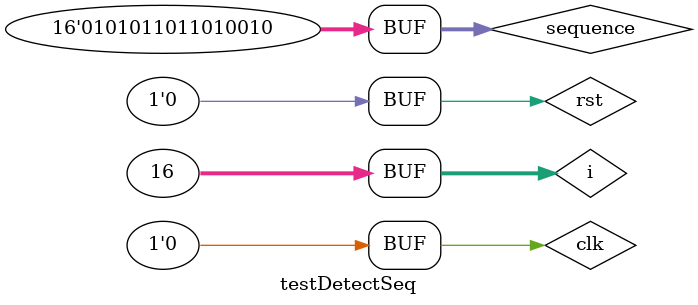
<source format=v>
module seq_detect( clk, rst, inp, outp);
    input clk, rst, inp;
    output outp;
    reg [2:0] state;
    reg outp;
    always @( posedge clk, posedge rst ) 
        begin
            if( rst ) 
                begin
                    state <= 3'b000;
                    outp <= 0;
                end
            else 
                begin
                    case( state )
                        3'b000: 
                            begin
                                if( inp ) 
                                    begin
                                        state <= 3'b001;
                                        outp <= 0;
                                    end
                                else 
                                    begin
                                        state <= 3'b000;
                                        outp <= 0;
                                    end
                            end
                        3'b001: 
                            begin
                                if( inp ) 
                                    begin
                                        state <= 3'b001;
                                        outp <= 0;
                                    end
                                else 
                                    begin
                                        state <= 3'b010;
                                        outp <= 0;
                                    end
                            end
                        3'b010: 
                            begin
                                if( inp ) 
                                    begin
                                        state <= 3'b011;
                                        outp <= 0;
                                    end
                                else 
                                    begin
                                        state <= 3'b000;
                                        outp <= 0;
                                    end
                            end
                        3'b011: 
                            begin
                                if( inp ) 
                                    begin
                                        state <= 3'b100;
                                        outp <= 0;
                                    end
                                else 
                                    begin
                                        state <= 3'b010;
                                        outp <= 0;
                                    end
                            end
                        3'b100: 
                            begin
                                if( inp ) 
                                    begin
                                        state <= 3'b001;
                                        outp <= 0;
                                    end
                                else 
                                    begin
                                        state <= 3'b010;
                                        outp <= 1;
                                    end
                            end
                            
                        default: 
                            begin
                                state <= 3'b000;
                                outp <= 0;
                            end
                    endcase
                end
        end
endmodule
// Test Bench

module testDetectSeq;
    reg clk, rst, inp;
    wire outp;
    reg[15:0] sequence;
    integer i;
    seq_detect duty( clk, rst, inp, outp);
    initial
        begin
            clk = 0;
            rst = 1;
            sequence = 16'b0101_0110_1101_0010;
            #5 rst = 0;
            for( i = 0; i <= 15; i = i + 1)
                begin
                    inp = sequence[i];  //predecided sequence of length 16
                    #2 clk = 1;
                    #2 clk = 0;
                    $display("State = ", duty.state, " Input = ", inp, ", Output = ",outp);
                end
            testing;
        end
    task testing;
        for( i = 0; i <= 15; i = i + 1)
            begin
                inp = $random % 2;  //random sequence of for 16 times
                #2 clk = 1;
                #2 clk = 0;
                $display("State = ", duty.state, " Input = ", inp, ", Output =", outp);
            end
    endtask
endmodule
</source>
